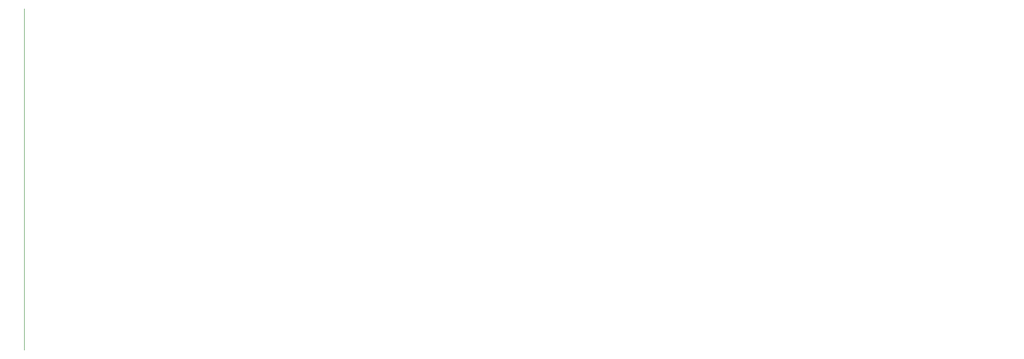
<source format=gbr>
G04 ===== Begin FILE IDENTIFICATION =====*
G04 File Format:  Gerber RS274X*
G04 ===== End FILE IDENTIFICATION =====*
%FSLAX24Y24*%
%MOMM*%
%SFA1.0000B1.0000*%
%OFA0.0B0.0*%
%ADD10C,0.000025*%
%LNBRD_OUT*%
%IPPOS*%
%LPD*%
G75*
G36*
G01X-698595Y-300000D02*
G01X1010325D01*
G01Y300000D01*
G01X-698545D01*
G01Y299950D01*
G01X1010275D01*
G01Y-299950D01*
G01X-698545D01*
G01Y299950D01*
G01Y300000D01*
G01X-698595D01*
G01Y-300000D01*
G37*
M02*


</source>
